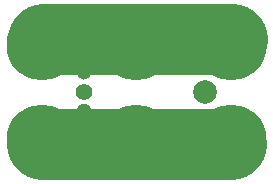
<source format=gbl>
%TF.GenerationSoftware,KiCad,Pcbnew,4.0.5-e0-6337~49~ubuntu16.04.1*%
%TF.CreationDate,2017-05-27T14:26:12-07:00*%
%TF.ProjectId,2x3-Vibe-Motor-TH,3278332D566962652D4D6F746F722D54,v1.1*%
%TF.FileFunction,Copper,L2,Bot,Signal*%
%FSLAX46Y46*%
G04 Gerber Fmt 4.6, Leading zero omitted, Abs format (unit mm)*
G04 Created by KiCad (PCBNEW 4.0.5-e0-6337~49~ubuntu16.04.1) date Sat May 27 14:26:12 2017*
%MOMM*%
%LPD*%
G01*
G04 APERTURE LIST*
%ADD10C,0.350000*%
%ADD11C,6.000000*%
%ADD12C,1.300000*%
%ADD13C,1.400000*%
%ADD14C,2.000000*%
%ADD15C,6.000000*%
%ADD16C,0.350000*%
G04 APERTURE END LIST*
D10*
D11*
X9908000Y-46202600D02*
X25908000Y-46202600D01*
X9958800Y-37339000D02*
X25958800Y-37339000D01*
D12*
X13483000Y-43422000D03*
D13*
X13483000Y-41772000D03*
D12*
X13483000Y-40122000D03*
D14*
X23683000Y-41772000D03*
D15*
X25908000Y-45847000D03*
X9908000Y-45847000D03*
X9908000Y-37847000D03*
X17908000Y-37847000D03*
X25908000Y-37847000D03*
X17908000Y-45847000D03*
D16*
X13483000Y-43422000D03*
X13483000Y-41772000D03*
X13483000Y-40122000D03*
X23683000Y-41772000D03*
X25908000Y-45847000D03*
X9908000Y-45847000D03*
X9908000Y-37847000D03*
X17908000Y-37847000D03*
X25908000Y-37847000D03*
X17908000Y-45847000D03*
M02*

</source>
